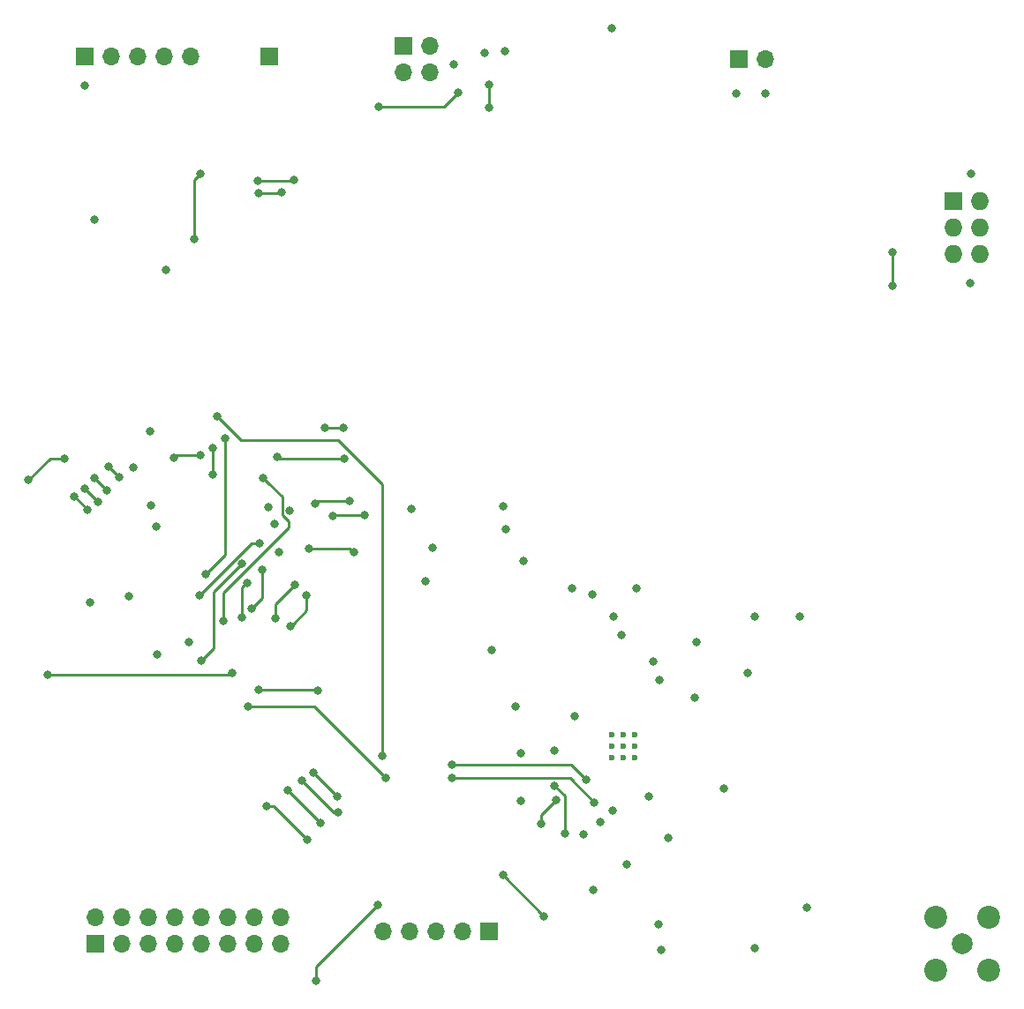
<source format=gbl>
G04 #@! TF.FileFunction,Copper,L4,Bot,Signal*
%FSLAX46Y46*%
G04 Gerber Fmt 4.6, Leading zero omitted, Abs format (unit mm)*
G04 Created by KiCad (PCBNEW 4.0.6) date Monday, 03 July 2017 'AMt' 09:42:41*
%MOMM*%
%LPD*%
G01*
G04 APERTURE LIST*
%ADD10C,0.100000*%
%ADD11C,2.200000*%
%ADD12C,2.000000*%
%ADD13R,1.727200X1.727200*%
%ADD14O,1.727200X1.727200*%
%ADD15R,1.700000X1.700000*%
%ADD16O,1.700000X1.700000*%
%ADD17C,0.600000*%
%ADD18C,0.800000*%
%ADD19C,0.250000*%
G04 APERTURE END LIST*
D10*
D11*
X216970000Y-140120000D03*
X216970000Y-135040000D03*
X222050000Y-135040000D03*
X222050000Y-140120000D03*
D12*
X219510000Y-137580000D03*
D13*
X218650000Y-66250000D03*
D14*
X221190000Y-66250000D03*
X218650000Y-68790000D03*
X221190000Y-68790000D03*
X218650000Y-71330000D03*
X221190000Y-71330000D03*
D15*
X153075000Y-52350000D03*
X136350000Y-137575000D03*
D16*
X136350000Y-135035000D03*
X138890000Y-137575000D03*
X138890000Y-135035000D03*
X141430000Y-137575000D03*
X141430000Y-135035000D03*
X143970000Y-137575000D03*
X143970000Y-135035000D03*
X146510000Y-137575000D03*
X146510000Y-135035000D03*
X149050000Y-137575000D03*
X149050000Y-135035000D03*
X151590000Y-137575000D03*
X151590000Y-135035000D03*
X154130000Y-137575000D03*
X154130000Y-135035000D03*
D15*
X165925000Y-51325000D03*
D16*
X168465000Y-51325000D03*
X165925000Y-53865000D03*
X168465000Y-53865000D03*
D15*
X135400000Y-52350000D03*
D16*
X137940000Y-52350000D03*
X140480000Y-52350000D03*
X143020000Y-52350000D03*
X145560000Y-52350000D03*
D15*
X174150000Y-136350000D03*
D16*
X171610000Y-136350000D03*
X169070000Y-136350000D03*
X166530000Y-136350000D03*
X163990000Y-136350000D03*
D17*
X185925000Y-117450000D03*
X185925000Y-118550000D03*
X185925000Y-119650000D03*
X187025000Y-117450000D03*
X187025000Y-118550000D03*
X187025000Y-119650000D03*
X188125000Y-117450000D03*
X188125000Y-118550000D03*
X188125000Y-119650000D03*
D15*
X198070000Y-52630000D03*
D16*
X200610000Y-52630000D03*
D18*
X142255240Y-97505520D03*
X153568400Y-97246440D03*
X154996656Y-95994288D03*
X220330000Y-74120000D03*
X135340000Y-55150000D03*
X177230000Y-119240000D03*
X145340000Y-108630000D03*
X135900000Y-104780000D03*
X139640000Y-104220000D03*
X142350000Y-109800000D03*
X139990000Y-91860000D03*
X143160000Y-72870000D03*
X136320000Y-68030000D03*
X183180000Y-127060000D03*
X177200000Y-123830000D03*
X176670000Y-114800000D03*
X189890000Y-110470000D03*
X175520000Y-95550000D03*
X175740000Y-97790000D03*
X177440000Y-100820000D03*
X168050000Y-102760000D03*
X168710000Y-99540000D03*
X175650000Y-51840000D03*
X170750000Y-53120000D03*
X185930000Y-49640000D03*
X200610000Y-55960000D03*
X204660000Y-134060000D03*
X199670000Y-137950000D03*
X190660000Y-138140000D03*
X191340000Y-127410000D03*
X196630000Y-122640000D03*
X187370000Y-129970000D03*
X184120000Y-132380000D03*
X182110000Y-103430000D03*
X184070000Y-103990000D03*
X188320000Y-103430000D03*
X198990000Y-111540000D03*
X194070000Y-108630000D03*
X199600000Y-106120000D03*
X203910000Y-106170000D03*
X174412500Y-109387500D03*
X152978721Y-95616366D03*
X220360000Y-63680000D03*
X141710000Y-95510000D03*
X141630000Y-88350000D03*
X190360000Y-135680000D03*
X180440000Y-119020000D03*
X184800000Y-125900000D03*
X186000000Y-124750000D03*
X189430000Y-123380000D03*
X182390000Y-115730000D03*
X186810000Y-107880000D03*
X193850000Y-113970000D03*
X190500000Y-112210000D03*
X186070000Y-106150000D03*
X166660000Y-95810000D03*
X153980000Y-100000000D03*
X173700000Y-52080000D03*
X197820000Y-55940000D03*
X212872320Y-74391520D03*
X212880000Y-71150000D03*
X148820000Y-89030000D03*
X147000000Y-102070000D03*
X146520000Y-110390000D03*
X150400000Y-101090000D03*
X152144730Y-99075240D03*
X146369588Y-104077601D03*
X152510490Y-92845889D03*
X148638318Y-106594474D03*
X159152789Y-96484734D03*
X162245511Y-96416804D03*
X157701148Y-113228345D03*
X152064996Y-113159611D03*
X157473841Y-95300054D03*
X160780726Y-95029111D03*
X161159310Y-99980335D03*
X156880000Y-99590000D03*
X143889241Y-90884508D03*
X160136603Y-88023411D03*
X158360125Y-88063785D03*
X146470000Y-90630000D03*
X163504878Y-133786880D03*
X153804146Y-90814859D03*
X160257727Y-90970751D03*
X157560000Y-141110000D03*
X157266457Y-121096627D03*
X159550000Y-123380000D03*
X152400000Y-101660959D03*
X151390000Y-105391385D03*
X152840000Y-124340000D03*
X156700000Y-127560000D03*
X159707580Y-124899420D03*
X155127962Y-107083859D03*
X156659580Y-104150158D03*
X156220000Y-121870000D03*
X153627882Y-106287892D03*
X155539440Y-103052880D03*
X157970000Y-125990000D03*
X154850000Y-122840000D03*
X163600000Y-57180000D03*
X171180000Y-55840000D03*
X154250000Y-65410000D03*
X152030000Y-65480000D03*
X137660000Y-91710000D03*
X138710000Y-92760000D03*
X174155100Y-55046880D03*
X174180000Y-57270000D03*
X155460000Y-64270000D03*
X152000000Y-64340000D03*
X136320000Y-92840000D03*
X137520000Y-94060000D03*
X163941582Y-119545023D03*
X148030000Y-86930000D03*
X170610000Y-120340000D03*
X183430000Y-121770000D03*
X145846421Y-69935165D03*
X147655239Y-92483652D03*
X147680000Y-89930000D03*
X146430000Y-63660000D03*
X133390000Y-90970000D03*
X129980000Y-93040000D03*
X179430000Y-134950000D03*
X175520000Y-130980000D03*
X136610000Y-95110000D03*
X135330000Y-93840000D03*
X179140000Y-126010000D03*
X180560000Y-123760000D03*
X180450000Y-122380000D03*
X181400000Y-126970000D03*
X135640000Y-95870000D03*
X134390000Y-94640000D03*
X150906480Y-102900482D03*
X151033993Y-114809217D03*
X149510000Y-111600000D03*
X131810000Y-111720000D03*
X184240000Y-123990000D03*
X170610000Y-121650000D03*
X164220000Y-121650000D03*
X150460886Y-106209778D03*
D19*
X212880000Y-74383840D02*
X212872320Y-74391520D01*
X212880000Y-71150000D02*
X212880000Y-74383840D01*
X147000000Y-102070000D02*
X148820000Y-100250000D01*
X148820000Y-100250000D02*
X148820000Y-89030000D01*
X147689016Y-109220984D02*
X146520000Y-110390000D01*
X147689016Y-103800984D02*
X147689016Y-109220984D01*
X150400000Y-101090000D02*
X147689016Y-103800984D01*
X151371949Y-99075240D02*
X152144730Y-99075240D01*
X146369588Y-104077601D02*
X151371949Y-99075240D01*
X148638318Y-106594474D02*
X148638318Y-103856244D01*
X148638318Y-103856244D02*
X154888561Y-97606001D01*
X154888561Y-97606001D02*
X154888561Y-96993559D01*
X154314521Y-96419519D02*
X154314521Y-94649920D01*
X154888561Y-96993559D02*
X154314521Y-96419519D01*
X154314521Y-94649920D02*
X152910489Y-93245888D01*
X152910489Y-93245888D02*
X152510490Y-92845889D01*
X162245511Y-96416804D02*
X159220719Y-96416804D01*
X159220719Y-96416804D02*
X159152789Y-96484734D01*
X157632414Y-113159611D02*
X157701148Y-113228345D01*
X152064996Y-113159611D02*
X157632414Y-113159611D01*
X160780726Y-95029111D02*
X157744784Y-95029111D01*
X157744784Y-95029111D02*
X157473841Y-95300054D01*
X160768975Y-99590000D02*
X160859311Y-99680336D01*
X156880000Y-99590000D02*
X160768975Y-99590000D01*
X160859311Y-99680336D02*
X161159310Y-99980335D01*
X144143749Y-90630000D02*
X143889241Y-90884508D01*
X146470000Y-90630000D02*
X144143749Y-90630000D01*
X160096229Y-88063785D02*
X160136603Y-88023411D01*
X158360125Y-88063785D02*
X160096229Y-88063785D01*
X157560000Y-141110000D02*
X157560000Y-139731758D01*
X163204879Y-134086879D02*
X163504878Y-133786880D01*
X157560000Y-139731758D02*
X163204879Y-134086879D01*
X153960038Y-90970751D02*
X153804146Y-90814859D01*
X160257727Y-90970751D02*
X153960038Y-90970751D01*
X157266457Y-121096627D02*
X159549830Y-123380000D01*
X159549830Y-123380000D02*
X159550000Y-123380000D01*
X151390000Y-105391385D02*
X152400000Y-104381385D01*
X152400000Y-102085223D02*
X152400000Y-101660959D01*
X152400000Y-104381385D02*
X152400000Y-102085223D01*
X156700000Y-127560000D02*
X153480000Y-124340000D01*
X153480000Y-124340000D02*
X152840000Y-124340000D01*
X159283316Y-124899420D02*
X159707580Y-124899420D01*
X159249420Y-124899420D02*
X159283316Y-124899420D01*
X156220000Y-121870000D02*
X159249420Y-124899420D01*
X156659580Y-105552241D02*
X155427961Y-106783860D01*
X156659580Y-104150158D02*
X156659580Y-105552241D01*
X155427961Y-106783860D02*
X155127962Y-107083859D01*
X153627882Y-104964438D02*
X153627882Y-105863628D01*
X155539440Y-103052880D02*
X153627882Y-104964438D01*
X153627882Y-105863628D02*
X153627882Y-106287892D01*
X154850000Y-122840000D02*
X157970000Y-125960000D01*
X157970000Y-125960000D02*
X157970000Y-125990000D01*
X169840000Y-57180000D02*
X163600000Y-57180000D01*
X171180000Y-55840000D02*
X169840000Y-57180000D01*
X152030000Y-65480000D02*
X154180000Y-65480000D01*
X154180000Y-65480000D02*
X154250000Y-65410000D01*
X137660000Y-91710000D02*
X138710000Y-92760000D01*
X174180000Y-55071780D02*
X174155100Y-55046880D01*
X174180000Y-57270000D02*
X174180000Y-55071780D01*
X152000000Y-64340000D02*
X155390000Y-64340000D01*
X155390000Y-64340000D02*
X155460000Y-64270000D01*
X136320000Y-92840000D02*
X136320000Y-92860000D01*
X136320000Y-92860000D02*
X137520000Y-94060000D01*
X163941582Y-93480605D02*
X163941582Y-119545023D01*
X159685864Y-89224887D02*
X163941582Y-93480605D01*
X150324887Y-89224887D02*
X159685864Y-89224887D01*
X148030000Y-86930000D02*
X150324887Y-89224887D01*
X183430000Y-121770000D02*
X182000000Y-120340000D01*
X182000000Y-120340000D02*
X170610000Y-120340000D01*
X146430000Y-63660000D02*
X145846421Y-64243579D01*
X145846421Y-64243579D02*
X145846421Y-69935165D01*
X147680000Y-89930000D02*
X147680000Y-92458891D01*
X147680000Y-92458891D02*
X147655239Y-92483652D01*
X132050000Y-90970000D02*
X133390000Y-90970000D01*
X129980000Y-93040000D02*
X132050000Y-90970000D01*
X179430000Y-134890000D02*
X179430000Y-134950000D01*
X175520000Y-130980000D02*
X179430000Y-134890000D01*
X136600000Y-95110000D02*
X135330000Y-93840000D01*
X136610000Y-95110000D02*
X136600000Y-95110000D01*
X180560000Y-123760000D02*
X179140000Y-125180000D01*
X179140000Y-125180000D02*
X179140000Y-126010000D01*
X181400000Y-126970000D02*
X181400000Y-123330000D01*
X181400000Y-123330000D02*
X180450000Y-122380000D01*
X134390000Y-94640000D02*
X134410000Y-94640000D01*
X134410000Y-94640000D02*
X135640000Y-95870000D01*
X150606481Y-103200481D02*
X150906480Y-102900482D01*
X150460886Y-103346076D02*
X150606481Y-103200481D01*
X150460886Y-106209778D02*
X150460886Y-103346076D01*
X157379217Y-114809217D02*
X151033993Y-114809217D01*
X164220000Y-121650000D02*
X157379217Y-114809217D01*
X131810000Y-111720000D02*
X149390000Y-111720000D01*
X149390000Y-111720000D02*
X149510000Y-111600000D01*
X170610000Y-121650000D02*
X181900000Y-121650000D01*
X181900000Y-121650000D02*
X184240000Y-123990000D01*
M02*

</source>
